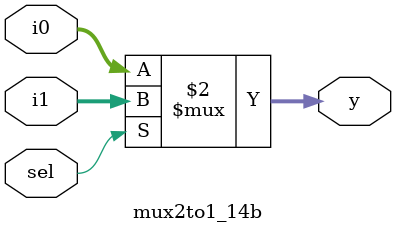
<source format=v>
module mux2to1_14b (i0, i1, sel, y);
  input [13:0] i0, i1;
  input sel;
  output [13:0] y;
  
  assign y = (sel==1'b1) ? i1 : i0;
  
endmodule



</source>
